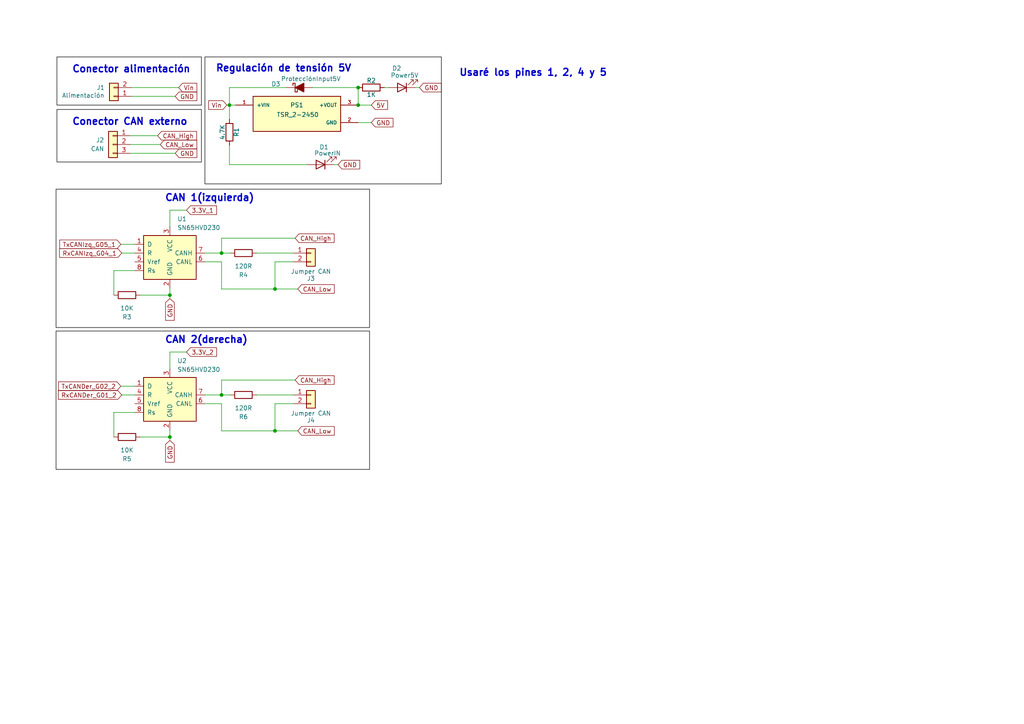
<source format=kicad_sch>
(kicad_sch (version 20250114) (generator "eeschema") (generator_version "9.0")
  (paper "A4")
  (lib_symbols
    (symbol "Connector_Generic:Conn_01x02" (pin_names (offset 1.016) (hide yes))
      (property "Reference" "J" (at 0 2.54 0))
      (property "Value" "Conn_01x02" (at 0 -5.08 0))
      (symbol "Conn_01x02_1_1"
        (rectangle (start -1.27 1.27) (end 1.27 -3.81) (stroke (width 0.254)) (fill (type background)))
        (rectangle (start -1.27 0.127) (end 0 -0.127) (stroke (width 0.1524)))
        (rectangle (start -1.27 -2.413) (end 0 -2.667) (stroke (width 0.1524)))
        (pin passive line (at -5.08 0 0) (length 3.81) (name "Pin_1") (number "1"))
        (pin passive line (at -5.08 -2.54 0) (length 3.81) (name "Pin_2") (number "2"))
      )
    )
    (symbol "Connector_Generic:Conn_01x03" (pin_names (offset 1.016) (hide yes))
      (property "Reference" "J" (at 0 5.08 0))
      (property "Value" "Conn_01x03" (at 0 -5.08 0))
      (symbol "Conn_01x03_1_1"
        (rectangle (start -1.27 3.81) (end 1.27 -3.81) (stroke (width 0.254)) (fill (type background)))
        (rectangle (start -1.27 2.667) (end 0 2.413) (stroke (width 0.1524)))
        (rectangle (start -1.27 0.127) (end 0 -0.127) (stroke (width 0.1524)))
        (rectangle (start -1.27 -2.413) (end 0 -2.667) (stroke (width 0.1524)))
        (pin passive line (at -5.08 2.54 0) (length 3.81) (name "Pin_1") (number "1"))
        (pin passive line (at -5.08 0 0) (length 3.81) (name "Pin_2") (number "2"))
        (pin passive line (at -5.08 -2.54 0) (length 3.81) (name "Pin_3") (number "3"))
      )
    )
    (symbol "Device:D_Schottky_Filled" (pin_numbers (hide yes)) (pin_names (offset 1.016) (hide yes))
      (property "Reference" "D" (at 0 2.54 0))
      (property "Value" "D_Schottky_Filled" (at 0 -2.54 0))
      (symbol "D_Schottky_Filled_0_1"
        (polyline (pts (xy -1.905 0.635) (xy -1.905 1.27) (xy -1.27 1.27) (xy -1.27 -1.27) (xy -0.635 -1.27) (xy -0.635 -0.635)) (stroke (width 0.254)))
        (polyline (pts (xy 1.27 1.27) (xy 1.27 -1.27) (xy -1.27 0) (xy 1.27 1.27)) (stroke (width 0.254)) (fill (type outline)))
        (polyline (pts (xy 1.27 0) (xy -1.27 0)))
      )
      (symbol "D_Schottky_Filled_1_1"
        (pin passive line (at -3.81 0 0) (length 2.54) (name "K") (number "1"))
        (pin passive line (at 3.81 0 180) (length 2.54) (name "A") (number "2"))
      )
    )
    (symbol "Device:LED" (pin_numbers (hide yes)) (pin_names (offset 1.016) (hide yes))
      (property "Reference" "D" (at 0 2.54 0))
      (property "Value" "LED" (at 0 -2.54 0))
      (symbol "LED_0_1"
        (polyline (pts (xy -3.048 -0.762) (xy -4.572 -2.286) (xy -3.81 -2.286) (xy -4.572 -2.286) (xy -4.572 -1.524)))
        (polyline (pts (xy -1.778 -0.762) (xy -3.302 -2.286) (xy -2.54 -2.286) (xy -3.302 -2.286) (xy -3.302 -1.524)))
        (polyline (pts (xy -1.27 0) (xy 1.27 0)))
        (polyline (pts (xy -1.27 -1.27) (xy -1.27 1.27)) (stroke (width 0.254)))
        (polyline (pts (xy 1.27 -1.27) (xy 1.27 1.27) (xy -1.27 0) (xy 1.27 -1.27)) (stroke (width 0.254)))
      )
      (symbol "LED_1_1"
        (pin passive line (at -3.81 0 0) (length 2.54) (name "K") (number "1"))
        (pin passive line (at 3.81 0 180) (length 2.54) (name "A") (number "2"))
      )
    )
    (symbol "Device:R" (pin_numbers (hide yes)) (pin_names (offset 0))
      (property "Reference" "R" (at 2.032 0 90))
      (property "Value" "R" (at 0 0 90))
      (symbol "R_0_1"
        (rectangle (start -1.016 -2.54) (end 1.016 2.54) (stroke (width 0.254)))
      )
      (symbol "R_1_1"
        (pin passive line (at 0 3.81 270) (length 1.27) (name "~") (number "1"))
        (pin passive line (at 0 -3.81 90) (length 1.27) (name "~") (number "2"))
      )
    )
    (symbol "Interface_CAN_LIN:SN65HVD230" (pin_names (offset 1.016))
      (property "Reference" "U" (at -2.54 10.16 0))
      (property "Value" "SN65HVD230" (at -2.54 7.62 0))
      (symbol "SN65HVD230_0_1"
        (rectangle (start -7.62 5.08) (end 7.62 -7.62) (stroke (width 0.254)) (fill (type background)))
      )
      (symbol "SN65HVD230_1_1"
        (pin input line (at -10.16 2.54 0) (length 2.54) (name "D") (number "1"))
        (pin output line (at -10.16 0 0) (length 2.54) (name "R") (number "4"))
        (pin output line (at -10.16 -2.54 0) (length 2.54) (name "Vref") (number "5"))
        (pin input line (at -10.16 -5.08 0) (length 2.54) (name "Rs") (number "8"))
        (pin power_in line (at 0 7.62 270) (length 2.54) (name "VCC") (number "3"))
        (pin power_in line (at 0 -10.16 90) (length 2.54) (name "GND") (number "2"))
        (pin bidirectional line (at 10.16 0 180) (length 2.54) (name "CANH") (number "7"))
        (pin bidirectional line (at 10.16 -2.54 180) (length 2.54) (name "CANL") (number "6"))
      )
    )
    (symbol "TSR_2-2450:TSR_2-2450" (pin_names (offset 1.016))
      (property "Reference" "PS" (at -12.7 5.588 0))
      (property "Value" "TSR_2-2450" (at -12.7 -7.62 0))
      (symbol "TSR_2-2450_0_0"
        (rectangle (start -12.7 -5.08) (end 12.7 5.08) (stroke (width 0.254)) (fill (type background)))
        (pin input line (at -17.78 2.54 0) (length 5.08) (name "+VIN") (number "1"))
        (pin output line (at 17.78 2.54 180) (length 5.08) (name "+VOUT") (number "3"))
        (pin power_in line (at 17.78 -2.54 180) (length 5.08) (name "GND") (number "2"))
      )
    )
  )
  (rectangle (start 59.436 16.51) (end 128.016 53.34) (stroke (width 0) (color 0 0 0 1)))
  (rectangle (start 16.256 96.012) (end 107.188 136.144) (stroke (width 0) (color 0 0 0 1)))
  (rectangle (start 16.51 31.75) (end 58.42 46.99) (stroke (width 0) (color 0 0 0 1)))
  (rectangle (start 16.256 54.864) (end 107.188 94.996) (stroke (width 0) (color 0 0 0 1)))
  (rectangle (start 16.51 16.51) (end 58.42 30.48) (stroke (width 0) (color 0 0 0 1)))
  (text "CAN 1(izquierda)" (at 47.752 58.674 0) (effects (font (size 2 2) (bold yes)) (justify left bottom)))
  (text "Conector alimentación" (at 20.828 21.336 0) (effects (font (size 2 2) (bold yes)) (justify left bottom)))
  (text "Conector CAN externo" (at 20.828 36.576 0) (effects (font (size 2 2) (bold yes)) (justify left bottom)))
  (text "Usaré los pines 1, 2, 4 y 5" (at 133.096 22.352 0) (effects (font (size 2 2) (bold yes)) (justify left bottom)))
  (text "Regulación de tensión 5V" (at 62.484 21.082 0) (effects (font (size 2 2) (bold yes)) (justify left bottom)))
  (text "CAN 2(derecha)" (at 47.752 99.822 0) (effects (font (size 2 2) (bold yes)) (justify left bottom)))
  (junction (at 79.756 124.968))
  (junction (at 103.886 30.48))
  (junction (at 66.548 30.48))
  (junction (at 64.262 114.554))
  (junction (at 64.262 73.406))
  (junction (at 103.886 25.4))
  (junction (at 49.276 85.598))
  (junction (at 49.276 126.746))
  (junction (at 79.756 83.82))
  (wire (pts (xy 90.678 25.4) (xy 103.886 25.4)))
  (wire (pts (xy 49.276 102.108) (xy 54.102 102.108)))
  (wire (pts (xy 35.306 114.554) (xy 39.116 114.554)))
  (wire (pts (xy 79.756 117.094) (xy 79.756 124.968)))
  (wire (pts (xy 33.02 119.634) (xy 39.116 119.634)))
  (wire (pts (xy 66.548 30.48) (xy 66.548 34.544)))
  (wire (pts (xy 33.02 85.598) (xy 33.02 78.486)))
  (wire (pts (xy 74.422 73.406) (xy 85.09 73.406)))
  (wire (pts (xy 49.276 124.714) (xy 49.276 126.746)))
  (wire (pts (xy 35.306 73.406) (xy 39.116 73.406)))
  (wire (pts (xy 37.846 41.91) (xy 46.482 41.91)))
  (wire (pts (xy 64.262 69.088) (xy 85.598 69.088)))
  (wire (pts (xy 64.262 124.968) (xy 79.756 124.968)))
  (wire (pts (xy 66.548 25.4) (xy 66.548 30.48)))
  (wire (pts (xy 64.262 117.094) (xy 64.262 124.968)))
  (wire (pts (xy 86.36 83.82) (xy 79.756 83.82)))
  (wire (pts (xy 64.262 75.946) (xy 59.436 75.946)))
  (wire (pts (xy 49.276 126.746) (xy 49.276 127.762)))
  (wire (pts (xy 49.276 60.96) (xy 49.276 65.786)))
  (wire (pts (xy 121.666 25.4) (xy 120.396 25.4)))
  (wire (pts (xy 79.756 75.946) (xy 79.756 83.82)))
  (wire (pts (xy 85.09 75.946) (xy 79.756 75.946)))
  (wire (pts (xy 86.36 124.968) (xy 79.756 124.968)))
  (wire (pts (xy 35.052 112.014) (xy 39.116 112.014)))
  (wire (pts (xy 85.09 117.094) (xy 79.756 117.094)))
  (wire (pts (xy 64.262 73.406) (xy 66.802 73.406)))
  (wire (pts (xy 49.276 102.108) (xy 49.276 106.934)))
  (wire (pts (xy 49.276 85.598) (xy 49.276 86.614)))
  (wire (pts (xy 103.886 30.48) (xy 107.696 30.48)))
  (wire (pts (xy 59.436 73.406) (xy 64.262 73.406)))
  (wire (pts (xy 37.846 39.37) (xy 45.72 39.37)))
  (wire (pts (xy 49.276 83.566) (xy 49.276 85.598)))
  (wire (pts (xy 64.262 75.946) (xy 64.262 83.82)))
  (wire (pts (xy 35.052 70.866) (xy 39.116 70.866)))
  (wire (pts (xy 96.774 47.752) (xy 98.044 47.752)))
  (wire (pts (xy 33.02 126.746) (xy 33.02 119.634)))
  (wire (pts (xy 33.02 78.486) (xy 39.116 78.486)))
  (wire (pts (xy 65.786 30.48) (xy 66.548 30.48)))
  (wire (pts (xy 40.64 126.746) (xy 49.276 126.746)))
  (wire (pts (xy 111.506 25.4) (xy 112.776 25.4)))
  (wire (pts (xy 37.846 44.45) (xy 50.8 44.45)))
  (wire (pts (xy 66.548 47.752) (xy 89.154 47.752)))
  (wire (pts (xy 83.058 25.4) (xy 66.548 25.4)))
  (wire (pts (xy 74.422 114.554) (xy 85.09 114.554)))
  (wire (pts (xy 64.262 73.406) (xy 64.262 69.088)))
  (wire (pts (xy 40.64 85.598) (xy 49.276 85.598)))
  (wire (pts (xy 59.436 114.554) (xy 64.262 114.554)))
  (wire (pts (xy 38.1 25.4) (xy 51.816 25.4)))
  (wire (pts (xy 64.262 110.236) (xy 85.598 110.236)))
  (wire (pts (xy 103.886 25.4) (xy 103.886 30.48)))
  (wire (pts (xy 64.262 83.82) (xy 79.756 83.82)))
  (wire (pts (xy 66.548 42.164) (xy 66.548 47.752)))
  (wire (pts (xy 64.262 117.094) (xy 59.436 117.094)))
  (wire (pts (xy 64.262 114.554) (xy 66.802 114.554)))
  (wire (pts (xy 103.886 35.56) (xy 107.696 35.56)))
  (wire (pts (xy 66.548 30.48) (xy 68.326 30.48)))
  (wire (pts (xy 49.276 60.96) (xy 54.102 60.96)))
  (wire (pts (xy 64.262 114.554) (xy 64.262 110.236)))
  (wire (pts (xy 38.1 27.94) (xy 50.8 27.94)))
  (global_label "GND" (shape input) (at 50.8 27.94 0) (property "Intersheetrefs" "${INTERSHEET_REFS}" (effects (hide yes))))
  (global_label "Vin" (shape input) (at 51.816 25.4 0) (property "Intersheetrefs" "${INTERSHEET_REFS}" (effects (hide yes))))
  (global_label "GND" (shape input) (at 121.666 25.4 0) (property "Intersheetrefs" "${INTERSHEET_REFS}" (effects (hide yes))))
  (global_label "CAN_Low" (shape input) (at 46.482 41.91 0) (property "Intersheetrefs" "${INTERSHEET_REFS}" (effects (hide yes))))
  (global_label "CAN_Low" (shape input) (at 86.36 83.82 0) (property "Intersheetrefs" "${INTERSHEET_REFS}" (effects (hide yes))))
  (global_label "Vin" (shape input) (at 65.786 30.48 180) (property "Intersheetrefs" "${INTERSHEET_REFS}" (effects (hide yes))))
  (global_label "CAN_Low" (shape input) (at 86.36 124.968 0) (property "Intersheetrefs" "${INTERSHEET_REFS}" (effects (hide yes))))
  (global_label "RxCANDer_G01_2" (shape input) (at 35.306 114.554 180) (property "Intersheetrefs" "${INTERSHEET_REFS}" (effects (hide yes))))
  (global_label "GND" (shape input) (at 49.276 86.614 270) (property "Intersheetrefs" "${INTERSHEET_REFS}" (effects (hide yes))))
  (global_label "GND" (shape input) (at 98.044 47.752 0) (property "Intersheetrefs" "${INTERSHEET_REFS}" (effects (hide yes))))
  (global_label "CAN_High" (shape input) (at 45.72 39.37 0) (property "Intersheetrefs" "${INTERSHEET_REFS}" (effects (hide yes))))
  (global_label "TxCANDer_G02_2" (shape input) (at 35.052 112.014 180) (property "Intersheetrefs" "${INTERSHEET_REFS}" (effects (hide yes))))
  (global_label "GND" (shape input) (at 107.696 35.56 0) (property "Intersheetrefs" "${INTERSHEET_REFS}" (effects (hide yes))))
  (global_label "3.3V_2" (shape input) (at 54.102 102.108 0) (property "Intersheetrefs" "${INTERSHEET_REFS}" (effects (hide yes))))
  (global_label "CAN_High" (shape input) (at 85.598 69.088 0) (property "Intersheetrefs" "${INTERSHEET_REFS}" (effects (hide yes))))
  (global_label "GND" (shape input) (at 49.276 127.762 270) (property "Intersheetrefs" "${INTERSHEET_REFS}" (effects (hide yes))))
  (global_label "RxCANIzq_G04_1" (shape input) (at 35.306 73.406 180) (property "Intersheetrefs" "${INTERSHEET_REFS}" (effects (hide yes))))
  (global_label "5V" (shape input) (at 107.696 30.48 0) (property "Intersheetrefs" "${INTERSHEET_REFS}" (effects (hide yes))))
  (global_label "CAN_High" (shape input) (at 85.598 110.236 0) (property "Intersheetrefs" "${INTERSHEET_REFS}" (effects (hide yes))))
  (global_label "TxCANIzq_G05_1" (shape input) (at 35.052 70.866 180) (property "Intersheetrefs" "${INTERSHEET_REFS}" (effects (hide yes))))
  (global_label "3.3V_1" (shape input) (at 54.102 60.96 0) (property "Intersheetrefs" "${INTERSHEET_REFS}" (effects (hide yes))))
  (global_label "GND" (shape input) (at 50.8 44.45 0) (property "Intersheetrefs" "${INTERSHEET_REFS}" (effects (hide yes))))
  (symbol (lib_id "Device:D_Schottky_Filled") (at 86.868 25.4 0) (unit 1)
    (property "Reference" "D3" (at 80.01 24.384 0))
    (property "Value" "ProtecciónInput5V" (at 90.17 22.86 0))
    (property "Footprint" "Diode_SMD:D_SMA_Handsoldering" (effects (hide yes)))
    (property "Description" "Schottky diode, filled shape" (effects (hide yes)))
  )
  (symbol (lib_id "Connector_Generic:Conn_01x02") (at 90.17 114.554 0) (unit 1)
    (property "Reference" "J4" (at 90.17 121.92 0))
    (property "Value" "Jumper CAN" (at 90.17 119.888 0))
    (property "Footprint" "Connector_PinHeader_2.54mm:PinHeader_2x01_P2.54mm_Vertical" (effects (hide yes)))
  )
  (symbol (lib_id "Device:R") (at 36.83 126.746 90) (mirror x) (unit 1)
    (property "Reference" "R5" (at 36.83 133.096 90))
    (property "Value" "10K" (at 36.83 130.556 90))
    (property "Footprint" "Resistor_SMD:R_0603_1608Metric" (effects (hide yes)))
  )
  (symbol (lib_id "Device:R") (at 107.696 25.4 270) (mirror x) (unit 1)
    (property "Reference" "R2" (at 107.696 23.368 90))
    (property "Value" "1K" (at 107.696 27.432 90))
    (property "Footprint" "Resistor_SMD:R_0603_1608Metric" (effects (hide yes)))
  )
  (symbol (lib_id "Device:R") (at 70.612 114.554 90) (mirror x) (unit 1)
    (property "Reference" "R6" (at 70.612 120.904 90))
    (property "Value" "120R" (at 70.612 118.364 90))
    (property "Footprint" "Resistor_SMD:R_0603_1608Metric" (effects (hide yes)))
  )
  (symbol (lib_id "Device:R") (at 66.548 38.354 0) (mirror x) (unit 1)
    (property "Reference" "R1" (at 68.58 38.354 90))
    (property "Value" "4.7K" (at 64.516 38.354 90))
    (property "Footprint" "Resistor_SMD:R_0603_1608Metric" (effects (hide yes)))
  )
  (symbol (lib_id "Interface_CAN_LIN:SN65HVD230") (at 49.276 73.406 0) (unit 1)
    (property "Reference" "U1" (at 51.4193 63.5 0) (effects (justify left)))
    (property "Value" "SN65HVD230" (at 51.4193 66.04 0) (effects (justify left)))
    (property "Footprint" "Package_SO:SOIC-8_3.9x4.9mm_P1.27mm" (effects (hide yes)))
    (property "Datasheet" "http://www.ti.com/lit/ds/symlink/sn65hvd230.pdf" (effects (hide yes)))
    (property "Description" "CAN Bus Transceivers, 3.3V, 1Mbps, Low-Power capabilities, SOIC-8" (effects (hide yes)))
  )
  (symbol (lib_id "Device:R") (at 70.612 73.406 90) (mirror x) (unit 1)
    (property "Reference" "R4" (at 70.612 79.756 90))
    (property "Value" "120R" (at 70.612 77.216 90))
    (property "Footprint" "Resistor_SMD:R_0603_1608Metric" (effects (hide yes)))
  )
  (symbol (lib_id "TSR_2-2450:TSR_2-2450") (at 86.106 33.02 0) (unit 1) (in_bom no)
    (property "Reference" "PS1" (at 86.106 30.48 0))
    (property "Value" "TSR_2-2450" (at 86.36 33.274 0))
    (property "Footprint" "TSR_2-2450:CONV_TSR_2-2450" (effects (hide yes)))
    (property "PARTREV" "May 14, 2020" (effects (hide yes)))
    (property "STANDARD" "Manufacturer Recommendations" (effects (hide yes)))
    (property "MAXIMUM_PACKAGE_HEIGHT" "10.6mm" (effects (hide yes)))
    (property "MANUFACTURER" "Traco Power" (effects (hide yes)))
  )
  (symbol (lib_id "Connector_Generic:Conn_01x02") (at 33.02 27.94 180) (unit 1)
    (property "Reference" "J1" (at 29.21 25.4 0))
    (property "Value" "Alimentación" (at 24.13 27.686 0))
    (property "Footprint" "Connector_AMASS:AMASS_XT30UPB-M_1x02_P5.0mm_Vertical" (effects (hide yes)))
  )
  (symbol (lib_id "Device:R") (at 36.83 85.598 90) (mirror x) (unit 1)
    (property "Reference" "R3" (at 36.83 91.948 90))
    (property "Value" "10K" (at 36.83 89.408 90))
    (property "Footprint" "Resistor_SMD:R_0603_1608Metric" (effects (hide yes)))
  )
  (symbol (lib_id "Device:LED") (at 92.964 47.752 180) (unit 1)
    (property "Reference" "D1" (at 93.98 42.672 0))
    (property "Value" "PowerIN" (at 94.996 44.45 0))
    (property "Footprint" "LED_SMD:LED_0805_2012Metric" (effects (hide yes)))
  )
  (symbol (lib_id "Connector_Generic:Conn_01x02") (at 90.17 73.406 0) (unit 1)
    (property "Reference" "J3" (at 90.17 80.772 0))
    (property "Value" "Jumper CAN" (at 90.17 78.74 0))
    (property "Footprint" "Connector_PinHeader_2.54mm:PinHeader_2x01_P2.54mm_Vertical" (effects (hide yes)))
  )
  (symbol (lib_id "Device:LED") (at 116.586 25.4 180) (unit 1)
    (property "Reference" "D2" (at 115.062 19.812 0))
    (property "Value" "Power5V" (at 117.348 21.844 0))
    (property "Footprint" "LED_SMD:LED_0805_2012Metric" (effects (hide yes)))
  )
  (symbol (lib_id "Connector_Generic:Conn_01x03") (at 32.766 41.91 0) (mirror y) (unit 1)
    (property "Reference" "J2" (at 30.226 40.6399 0) (effects (justify left)))
    (property "Value" "CAN" (at 30.226 43.1799 0) (effects (justify left)))
    (property "Description" "Generic connector, single row, 01x03, script generated (kicad-library-utils/schlib/autogen/connector/)" (effects (hide yes)))
  )
  (symbol (lib_id "Interface_CAN_LIN:SN65HVD230") (at 49.276 114.554 0) (unit 1)
    (property "Reference" "U2" (at 51.4193 104.648 0) (effects (justify left)))
    (property "Value" "SN65HVD230" (at 51.4193 107.188 0) (effects (justify left)))
    (property "Footprint" "Package_SO:SOIC-8_3.9x4.9mm_P1.27mm" (effects (hide yes)))
    (property "Datasheet" "http://www.ti.com/lit/ds/symlink/sn65hvd230.pdf" (effects (hide yes)))
    (property "Description" "CAN Bus Transceivers, 3.3V, 1Mbps, Low-Power capabilities, SOIC-8" (effects (hide yes)))
  )
)
</source>
